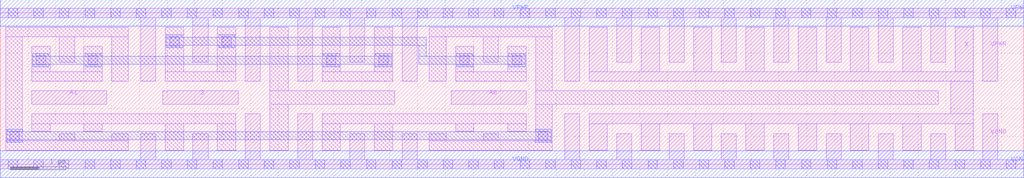
<source format=lef>
# Copyright 2020 The SkyWater PDK Authors
#
# Licensed under the Apache License, Version 2.0 (the "License");
# you may not use this file except in compliance with the License.
# You may obtain a copy of the License at
#
#     https://www.apache.org/licenses/LICENSE-2.0
#
# Unless required by applicable law or agreed to in writing, software
# distributed under the License is distributed on an "AS IS" BASIS,
# WITHOUT WARRANTIES OR CONDITIONS OF ANY KIND, either express or implied.
# See the License for the specific language governing permissions and
# limitations under the License.
#
# SPDX-License-Identifier: Apache-2.0

VERSION 5.7 ;
  NAMESCASESENSITIVE ON ;
  NOWIREEXTENSIONATPIN ON ;
  DIVIDERCHAR "/" ;
  BUSBITCHARS "[]" ;
UNITS
  DATABASE MICRONS 200 ;
END UNITS
PROPERTYDEFINITIONS
  MACRO maskLayoutSubType STRING ;
  MACRO prCellType STRING ;
  MACRO originalViewName STRING ;
END PROPERTYDEFINITIONS
MACRO sky130_fd_sc_hdll__mux2_16
  CLASS CORE ;
  FOREIGN sky130_fd_sc_hdll__mux2_16 ;
  ORIGIN  0.000000  0.000000 ;
  SIZE  18.40000 BY  2.720000 ;
  SYMMETRY X Y R90 ;
  SITE unithd ;
  PIN A0
    ANTENNAGATEAREA  1.110000 ;
    DIRECTION INPUT ;
    USE SIGNAL ;
    PORT
      LAYER li1 ;
        RECT 8.105000 1.075000 9.455000 1.325000 ;
    END
  END A0
  PIN A1
    ANTENNAGATEAREA  1.110000 ;
    DIRECTION INPUT ;
    USE SIGNAL ;
    PORT
      LAYER li1 ;
        RECT 0.565000 1.075000 1.915000 1.325000 ;
    END
  END A1
  PIN S
    ANTENNAGATEAREA  1.665000 ;
    DIRECTION INPUT ;
    USE SIGNAL ;
    PORT
      LAYER li1 ;
        RECT 2.925000 1.075000 4.275000 1.325000 ;
    END
  END S
  PIN X
    ANTENNADIFFAREA  3.724000 ;
    DIRECTION OUTPUT ;
    USE SIGNAL ;
    PORT
      LAYER li1 ;
        RECT 10.585000 0.255000 10.915000 0.725000 ;
        RECT 10.585000 0.725000 17.495000 0.905000 ;
        RECT 10.585000 1.495000 17.495000 1.665000 ;
        RECT 10.585000 1.665000 10.915000 2.465000 ;
        RECT 11.525000 0.255000 11.855000 0.725000 ;
        RECT 11.525000 1.665000 11.855000 2.465000 ;
        RECT 12.465000 0.255000 12.795000 0.725000 ;
        RECT 12.465000 1.665000 12.795000 2.465000 ;
        RECT 13.405000 0.255000 13.735000 0.725000 ;
        RECT 13.405000 1.665000 13.735000 2.465000 ;
        RECT 14.345000 0.255000 14.675000 0.725000 ;
        RECT 14.345000 1.665000 14.675000 2.465000 ;
        RECT 15.285000 0.255000 15.615000 0.725000 ;
        RECT 15.285000 1.665000 15.615000 2.465000 ;
        RECT 16.225000 0.255000 16.555000 0.725000 ;
        RECT 16.225000 1.665000 16.555000 2.465000 ;
        RECT 17.085000 0.905000 17.495000 1.495000 ;
        RECT 17.165000 0.255000 17.495000 0.725000 ;
        RECT 17.165000 1.665000 17.495000 2.465000 ;
    END
  END X
  PIN VGND
    DIRECTION INOUT ;
    USE GROUND ;
    PORT
      LAYER li1 ;
        RECT  0.000000 -0.085000 18.400000 0.085000 ;
        RECT  2.525000  0.085000  2.795000 0.550000 ;
        RECT  3.465000  0.085000  3.735000 0.545000 ;
        RECT  4.405000  0.085000  4.675000 0.905000 ;
        RECT  5.345000  0.085000  5.615000 0.905000 ;
        RECT  6.285000  0.085000  6.555000 0.545000 ;
        RECT  7.225000  0.085000  7.495000 0.550000 ;
        RECT 10.145000  0.085000 10.415000 0.905000 ;
        RECT 11.085000  0.085000 11.355000 0.545000 ;
        RECT 12.025000  0.085000 12.295000 0.545000 ;
        RECT 12.965000  0.085000 13.235000 0.545000 ;
        RECT 13.905000  0.085000 14.175000 0.550000 ;
        RECT 14.845000  0.085000 15.115000 0.545000 ;
        RECT 15.785000  0.085000 16.055000 0.545000 ;
        RECT 16.725000  0.085000 16.995000 0.545000 ;
        RECT 17.665000  0.085000 17.935000 0.905000 ;
      LAYER mcon ;
        RECT  0.145000 -0.085000  0.315000 0.085000 ;
        RECT  0.605000 -0.085000  0.775000 0.085000 ;
        RECT  1.065000 -0.085000  1.235000 0.085000 ;
        RECT  1.525000 -0.085000  1.695000 0.085000 ;
        RECT  1.985000 -0.085000  2.155000 0.085000 ;
        RECT  2.445000 -0.085000  2.615000 0.085000 ;
        RECT  2.905000 -0.085000  3.075000 0.085000 ;
        RECT  3.365000 -0.085000  3.535000 0.085000 ;
        RECT  3.825000 -0.085000  3.995000 0.085000 ;
        RECT  4.285000 -0.085000  4.455000 0.085000 ;
        RECT  4.745000 -0.085000  4.915000 0.085000 ;
        RECT  5.205000 -0.085000  5.375000 0.085000 ;
        RECT  5.665000 -0.085000  5.835000 0.085000 ;
        RECT  6.125000 -0.085000  6.295000 0.085000 ;
        RECT  6.585000 -0.085000  6.755000 0.085000 ;
        RECT  7.045000 -0.085000  7.215000 0.085000 ;
        RECT  7.505000 -0.085000  7.675000 0.085000 ;
        RECT  7.965000 -0.085000  8.135000 0.085000 ;
        RECT  8.425000 -0.085000  8.595000 0.085000 ;
        RECT  8.885000 -0.085000  9.055000 0.085000 ;
        RECT  9.345000 -0.085000  9.515000 0.085000 ;
        RECT  9.805000 -0.085000  9.975000 0.085000 ;
        RECT 10.265000 -0.085000 10.435000 0.085000 ;
        RECT 10.725000 -0.085000 10.895000 0.085000 ;
        RECT 11.185000 -0.085000 11.355000 0.085000 ;
        RECT 11.645000 -0.085000 11.815000 0.085000 ;
        RECT 12.105000 -0.085000 12.275000 0.085000 ;
        RECT 12.565000 -0.085000 12.735000 0.085000 ;
        RECT 13.025000 -0.085000 13.195000 0.085000 ;
        RECT 13.485000 -0.085000 13.655000 0.085000 ;
        RECT 13.945000 -0.085000 14.115000 0.085000 ;
        RECT 14.405000 -0.085000 14.575000 0.085000 ;
        RECT 14.865000 -0.085000 15.035000 0.085000 ;
        RECT 15.325000 -0.085000 15.495000 0.085000 ;
        RECT 15.785000 -0.085000 15.955000 0.085000 ;
        RECT 16.245000 -0.085000 16.415000 0.085000 ;
        RECT 16.705000 -0.085000 16.875000 0.085000 ;
        RECT 17.165000 -0.085000 17.335000 0.085000 ;
        RECT 17.625000 -0.085000 17.795000 0.085000 ;
        RECT 18.085000 -0.085000 18.255000 0.085000 ;
      LAYER met1 ;
        RECT 0.000000 -0.240000 18.400000 0.240000 ;
    END
  END VGND
  PIN VPWR
    DIRECTION INOUT ;
    USE POWER ;
    PORT
      LAYER li1 ;
        RECT  0.000000 2.635000 18.400000 2.805000 ;
        RECT  2.525000 1.495000  2.795000 2.635000 ;
        RECT  3.465000 1.835000  3.735000 2.635000 ;
        RECT  4.405000 1.495000  4.675000 2.635000 ;
        RECT  5.345000 1.495000  5.615000 2.635000 ;
        RECT  6.285000 1.835000  6.555000 2.635000 ;
        RECT  7.225000 1.495000  7.495000 2.635000 ;
        RECT 10.145000 1.495000 10.415000 2.635000 ;
        RECT 11.085000 1.835000 11.355000 2.635000 ;
        RECT 12.025000 1.835000 12.295000 2.635000 ;
        RECT 12.965000 1.835000 13.235000 2.635000 ;
        RECT 13.905000 1.835000 14.175000 2.635000 ;
        RECT 14.845000 1.835000 15.115000 2.635000 ;
        RECT 15.785000 1.835000 16.055000 2.635000 ;
        RECT 16.725000 1.835000 16.995000 2.635000 ;
        RECT 17.665000 1.495000 17.935000 2.635000 ;
      LAYER mcon ;
        RECT  0.145000 2.635000  0.315000 2.805000 ;
        RECT  0.605000 2.635000  0.775000 2.805000 ;
        RECT  1.065000 2.635000  1.235000 2.805000 ;
        RECT  1.525000 2.635000  1.695000 2.805000 ;
        RECT  1.985000 2.635000  2.155000 2.805000 ;
        RECT  2.445000 2.635000  2.615000 2.805000 ;
        RECT  2.905000 2.635000  3.075000 2.805000 ;
        RECT  3.365000 2.635000  3.535000 2.805000 ;
        RECT  3.825000 2.635000  3.995000 2.805000 ;
        RECT  4.285000 2.635000  4.455000 2.805000 ;
        RECT  4.745000 2.635000  4.915000 2.805000 ;
        RECT  5.205000 2.635000  5.375000 2.805000 ;
        RECT  5.665000 2.635000  5.835000 2.805000 ;
        RECT  6.125000 2.635000  6.295000 2.805000 ;
        RECT  6.585000 2.635000  6.755000 2.805000 ;
        RECT  7.045000 2.635000  7.215000 2.805000 ;
        RECT  7.505000 2.635000  7.675000 2.805000 ;
        RECT  7.965000 2.635000  8.135000 2.805000 ;
        RECT  8.425000 2.635000  8.595000 2.805000 ;
        RECT  8.885000 2.635000  9.055000 2.805000 ;
        RECT  9.345000 2.635000  9.515000 2.805000 ;
        RECT  9.805000 2.635000  9.975000 2.805000 ;
        RECT 10.265000 2.635000 10.435000 2.805000 ;
        RECT 10.725000 2.635000 10.895000 2.805000 ;
        RECT 11.185000 2.635000 11.355000 2.805000 ;
        RECT 11.645000 2.635000 11.815000 2.805000 ;
        RECT 12.105000 2.635000 12.275000 2.805000 ;
        RECT 12.565000 2.635000 12.735000 2.805000 ;
        RECT 13.025000 2.635000 13.195000 2.805000 ;
        RECT 13.485000 2.635000 13.655000 2.805000 ;
        RECT 13.945000 2.635000 14.115000 2.805000 ;
        RECT 14.405000 2.635000 14.575000 2.805000 ;
        RECT 14.865000 2.635000 15.035000 2.805000 ;
        RECT 15.325000 2.635000 15.495000 2.805000 ;
        RECT 15.785000 2.635000 15.955000 2.805000 ;
        RECT 16.245000 2.635000 16.415000 2.805000 ;
        RECT 16.705000 2.635000 16.875000 2.805000 ;
        RECT 17.165000 2.635000 17.335000 2.805000 ;
        RECT 17.625000 2.635000 17.795000 2.805000 ;
        RECT 18.085000 2.635000 18.255000 2.805000 ;
      LAYER met1 ;
        RECT 0.000000 2.480000 18.400000 2.960000 ;
    END
  END VPWR
  OBS
    LAYER li1 ;
      RECT 0.095000 0.255000  2.305000 0.425000 ;
      RECT 0.095000 0.425000  0.395000 2.295000 ;
      RECT 0.095000 2.295000  2.305000 2.465000 ;
      RECT 0.565000 0.595000  0.895000 0.725000 ;
      RECT 0.565000 0.725000  4.235000 0.905000 ;
      RECT 0.565000 1.495000  1.835000 1.665000 ;
      RECT 0.565000 1.665000  0.895000 2.125000 ;
      RECT 1.065000 0.425000  1.335000 0.545000 ;
      RECT 1.065000 1.835000  1.335000 2.295000 ;
      RECT 1.505000 0.595000  1.835000 0.725000 ;
      RECT 1.505000 1.665000  1.835000 2.125000 ;
      RECT 2.005000 0.425000  2.305000 0.550000 ;
      RECT 2.005000 1.495000  2.305000 2.295000 ;
      RECT 2.965000 0.255000  3.295000 0.725000 ;
      RECT 2.965000 1.495000  4.235000 1.665000 ;
      RECT 2.965000 1.665000  3.295000 2.465000 ;
      RECT 3.905000 0.255000  4.235000 0.725000 ;
      RECT 3.905000 1.665000  4.235000 2.465000 ;
      RECT 4.845000 0.255000  5.175000 1.075000 ;
      RECT 4.845000 1.075000  7.095000 1.325000 ;
      RECT 4.845000 1.325000  5.175000 2.465000 ;
      RECT 5.785000 0.255000  6.115000 0.725000 ;
      RECT 5.785000 0.725000  9.455000 0.905000 ;
      RECT 5.785000 1.495000  7.055000 1.665000 ;
      RECT 5.785000 1.665000  6.115000 2.465000 ;
      RECT 6.725000 0.255000  7.055000 0.725000 ;
      RECT 6.725000 1.665000  7.055000 2.465000 ;
      RECT 7.715000 0.255000  9.925000 0.425000 ;
      RECT 7.715000 0.425000  8.015000 0.550000 ;
      RECT 7.715000 1.495000  8.015000 2.295000 ;
      RECT 7.715000 2.295000  9.925000 2.465000 ;
      RECT 8.185000 0.595000  8.515000 0.725000 ;
      RECT 8.185000 1.495000  9.455000 1.665000 ;
      RECT 8.185000 1.665000  8.515000 2.125000 ;
      RECT 8.685000 0.425000  8.955000 0.545000 ;
      RECT 8.685000 1.835000  8.955000 2.295000 ;
      RECT 9.125000 0.595000  9.455000 0.725000 ;
      RECT 9.125000 1.665000  9.455000 2.125000 ;
      RECT 9.625000 0.425000  9.925000 1.075000 ;
      RECT 9.625000 1.075000 16.865000 1.325000 ;
      RECT 9.625000 1.325000  9.925000 2.295000 ;
    LAYER mcon ;
      RECT 0.175000 0.425000 0.345000 0.595000 ;
      RECT 0.645000 1.785000 0.815000 1.955000 ;
      RECT 1.585000 1.785000 1.755000 1.955000 ;
      RECT 3.045000 2.125000 3.215000 2.295000 ;
      RECT 3.985000 2.125000 4.155000 2.295000 ;
      RECT 5.865000 1.785000 6.035000 1.955000 ;
      RECT 6.805000 1.785000 6.975000 1.955000 ;
      RECT 8.265000 1.785000 8.435000 1.955000 ;
      RECT 9.205000 1.785000 9.375000 1.955000 ;
      RECT 9.675000 0.425000 9.845000 0.595000 ;
    LAYER met1 ;
      RECT 0.115000 0.395000 0.405000 0.440000 ;
      RECT 0.115000 0.440000 9.905000 0.580000 ;
      RECT 0.115000 0.580000 0.405000 0.625000 ;
      RECT 0.585000 1.755000 0.875000 1.800000 ;
      RECT 0.585000 1.800000 7.035000 1.940000 ;
      RECT 0.585000 1.940000 0.875000 1.985000 ;
      RECT 1.525000 1.755000 1.815000 1.800000 ;
      RECT 1.525000 1.940000 1.815000 1.985000 ;
      RECT 2.985000 2.095000 3.275000 2.140000 ;
      RECT 2.985000 2.140000 7.660000 2.280000 ;
      RECT 2.985000 2.280000 3.275000 2.325000 ;
      RECT 3.925000 2.095000 4.215000 2.140000 ;
      RECT 3.925000 2.280000 4.215000 2.325000 ;
      RECT 5.805000 1.755000 6.095000 1.800000 ;
      RECT 5.805000 1.940000 6.095000 1.985000 ;
      RECT 6.745000 1.755000 7.035000 1.800000 ;
      RECT 6.745000 1.940000 7.035000 1.985000 ;
      RECT 7.520000 1.800000 9.435000 1.940000 ;
      RECT 7.520000 1.940000 7.660000 2.140000 ;
      RECT 8.205000 1.755000 8.495000 1.800000 ;
      RECT 8.205000 1.940000 8.495000 1.985000 ;
      RECT 9.145000 1.755000 9.435000 1.800000 ;
      RECT 9.145000 1.940000 9.435000 1.985000 ;
      RECT 9.615000 0.395000 9.905000 0.440000 ;
      RECT 9.615000 0.580000 9.905000 0.625000 ;
  END
  PROPERTY maskLayoutSubType "abstract" ;
  PROPERTY prCellType "standard" ;
  PROPERTY originalViewName "layout" ;
END sky130_fd_sc_hdll__mux2_16

</source>
